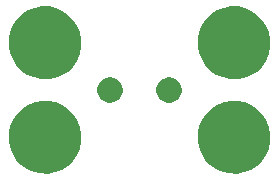
<source format=gts>
%TF.GenerationSoftware,KiCad,Pcbnew,4.0.5-e0-6337~49~ubuntu16.04.1*%
%TF.CreationDate,2017-01-18T23:04:43-08:00*%
%TF.ProjectId,2x3-Speaker-TH-5mm-Pitch,3278332D537065616B65722D54482D35,1.0*%
%TF.FileFunction,Soldermask,Top*%
%FSLAX46Y46*%
G04 Gerber Fmt 4.6, Leading zero omitted, Abs format (unit mm)*
G04 Created by KiCad (PCBNEW 4.0.5-e0-6337~49~ubuntu16.04.1) date Wed Jan 18 23:04:43 2017*
%MOMM*%
%LPD*%
G01*
G04 APERTURE LIST*
%ADD10C,0.350000*%
G04 APERTURE END LIST*
D10*
G36*
X130373110Y-99160847D02*
X130964055Y-99282151D01*
X131520198Y-99515932D01*
X132020334Y-99853278D01*
X132445421Y-100281343D01*
X132779266Y-100783821D01*
X133009156Y-101341576D01*
X133126264Y-101933014D01*
X133126264Y-101933024D01*
X133126331Y-101933363D01*
X133116710Y-102622416D01*
X133116633Y-102622754D01*
X133116633Y-102622762D01*
X132983057Y-103210701D01*
X132737685Y-103761816D01*
X132389937Y-104254778D01*
X131953062Y-104670809D01*
X131443700Y-104994061D01*
X130881254Y-105212219D01*
X130287147Y-105316976D01*
X129684003Y-105304342D01*
X129094800Y-105174797D01*
X128541982Y-104933277D01*
X128046607Y-104588982D01*
X127627537Y-104155023D01*
X127300738Y-103647930D01*
X127078656Y-103087014D01*
X126969755Y-102493658D01*
X126978177Y-101890441D01*
X127103606Y-101300347D01*
X127341259Y-100745858D01*
X127682091Y-100248088D01*
X128113112Y-99826000D01*
X128617913Y-99495668D01*
X129177259Y-99269677D01*
X129769845Y-99156636D01*
X130373110Y-99160847D01*
X130373110Y-99160847D01*
G37*
G36*
X146373110Y-99160847D02*
X146964055Y-99282151D01*
X147520198Y-99515932D01*
X148020334Y-99853278D01*
X148445421Y-100281343D01*
X148779266Y-100783821D01*
X149009156Y-101341576D01*
X149126264Y-101933014D01*
X149126264Y-101933024D01*
X149126331Y-101933363D01*
X149116710Y-102622416D01*
X149116633Y-102622754D01*
X149116633Y-102622762D01*
X148983057Y-103210701D01*
X148737685Y-103761816D01*
X148389937Y-104254778D01*
X147953062Y-104670809D01*
X147443700Y-104994061D01*
X146881254Y-105212219D01*
X146287147Y-105316976D01*
X145684003Y-105304342D01*
X145094800Y-105174797D01*
X144541982Y-104933277D01*
X144046607Y-104588982D01*
X143627537Y-104155023D01*
X143300738Y-103647930D01*
X143078656Y-103087014D01*
X142969755Y-102493658D01*
X142978177Y-101890441D01*
X143103606Y-101300347D01*
X143341259Y-100745858D01*
X143682091Y-100248088D01*
X144113112Y-99826000D01*
X144617913Y-99495668D01*
X145177259Y-99269677D01*
X145769845Y-99156636D01*
X146373110Y-99160847D01*
X146373110Y-99160847D01*
G37*
G36*
X135663042Y-97159515D02*
X135869777Y-97201952D01*
X136064347Y-97283741D01*
X136239318Y-97401761D01*
X136388033Y-97551518D01*
X136504827Y-97727308D01*
X136585253Y-97922436D01*
X136626178Y-98129124D01*
X136626178Y-98129129D01*
X136626246Y-98129473D01*
X136622880Y-98370536D01*
X136622803Y-98370874D01*
X136622803Y-98370883D01*
X136576122Y-98576349D01*
X136490281Y-98769152D01*
X136368621Y-98941615D01*
X136215782Y-99087162D01*
X136037584Y-99200250D01*
X135840810Y-99276573D01*
X135632967Y-99313222D01*
X135421957Y-99308802D01*
X135215825Y-99263481D01*
X135022422Y-99178985D01*
X134849119Y-99058536D01*
X134702508Y-98906717D01*
X134588178Y-98729310D01*
X134510481Y-98533072D01*
X134472384Y-98325492D01*
X134475330Y-98114458D01*
X134519211Y-97908013D01*
X134602353Y-97714028D01*
X134721593Y-97539883D01*
X134872384Y-97392217D01*
X135048988Y-97276651D01*
X135244675Y-97197588D01*
X135451987Y-97158042D01*
X135663042Y-97159515D01*
X135663042Y-97159515D01*
G37*
G36*
X140663042Y-97159515D02*
X140869777Y-97201952D01*
X141064347Y-97283741D01*
X141239318Y-97401761D01*
X141388033Y-97551518D01*
X141504827Y-97727308D01*
X141585253Y-97922436D01*
X141626178Y-98129124D01*
X141626178Y-98129129D01*
X141626246Y-98129473D01*
X141622880Y-98370536D01*
X141622803Y-98370874D01*
X141622803Y-98370883D01*
X141576122Y-98576349D01*
X141490281Y-98769152D01*
X141368621Y-98941615D01*
X141215782Y-99087162D01*
X141037584Y-99200250D01*
X140840810Y-99276573D01*
X140632967Y-99313222D01*
X140421957Y-99308802D01*
X140215825Y-99263481D01*
X140022422Y-99178985D01*
X139849119Y-99058536D01*
X139702508Y-98906717D01*
X139588178Y-98729310D01*
X139510481Y-98533072D01*
X139472384Y-98325492D01*
X139475330Y-98114458D01*
X139519211Y-97908013D01*
X139602353Y-97714028D01*
X139721593Y-97539883D01*
X139872384Y-97392217D01*
X140048988Y-97276651D01*
X140244675Y-97197588D01*
X140451987Y-97158042D01*
X140663042Y-97159515D01*
X140663042Y-97159515D01*
G37*
G36*
X130373110Y-91160847D02*
X130964055Y-91282151D01*
X131520198Y-91515932D01*
X132020334Y-91853278D01*
X132445421Y-92281343D01*
X132779266Y-92783821D01*
X133009156Y-93341576D01*
X133126264Y-93933014D01*
X133126264Y-93933024D01*
X133126331Y-93933363D01*
X133116710Y-94622416D01*
X133116633Y-94622754D01*
X133116633Y-94622762D01*
X132983057Y-95210701D01*
X132737685Y-95761816D01*
X132389937Y-96254778D01*
X131953062Y-96670809D01*
X131443700Y-96994061D01*
X130881254Y-97212219D01*
X130287147Y-97316976D01*
X129684003Y-97304342D01*
X129094800Y-97174797D01*
X128541982Y-96933277D01*
X128046607Y-96588982D01*
X127627537Y-96155023D01*
X127300738Y-95647930D01*
X127078656Y-95087014D01*
X126969755Y-94493658D01*
X126978177Y-93890441D01*
X127103606Y-93300347D01*
X127341259Y-92745858D01*
X127682091Y-92248088D01*
X128113112Y-91826000D01*
X128617913Y-91495668D01*
X129177259Y-91269677D01*
X129769845Y-91156636D01*
X130373110Y-91160847D01*
X130373110Y-91160847D01*
G37*
G36*
X146373110Y-91160847D02*
X146964055Y-91282151D01*
X147520198Y-91515932D01*
X148020334Y-91853278D01*
X148445421Y-92281343D01*
X148779266Y-92783821D01*
X149009156Y-93341576D01*
X149126264Y-93933014D01*
X149126264Y-93933024D01*
X149126331Y-93933363D01*
X149116710Y-94622416D01*
X149116633Y-94622754D01*
X149116633Y-94622762D01*
X148983057Y-95210701D01*
X148737685Y-95761816D01*
X148389937Y-96254778D01*
X147953062Y-96670809D01*
X147443700Y-96994061D01*
X146881254Y-97212219D01*
X146287147Y-97316976D01*
X145684003Y-97304342D01*
X145094800Y-97174797D01*
X144541982Y-96933277D01*
X144046607Y-96588982D01*
X143627537Y-96155023D01*
X143300738Y-95647930D01*
X143078656Y-95087014D01*
X142969755Y-94493658D01*
X142978177Y-93890441D01*
X143103606Y-93300347D01*
X143341259Y-92745858D01*
X143682091Y-92248088D01*
X144113112Y-91826000D01*
X144617913Y-91495668D01*
X145177259Y-91269677D01*
X145769845Y-91156636D01*
X146373110Y-91160847D01*
X146373110Y-91160847D01*
G37*
M02*

</source>
